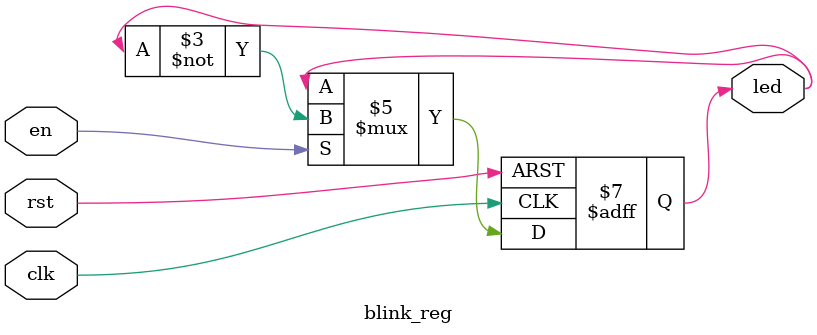
<source format=v>
module blink_reg
#(parameter DW = 1)
(
	input clk, rst, en,
	output reg [DW-1:0]led
);

always@(posedge clk, negedge rst)
	begin
		if(~rst)
			led <= 1'b1;
		else if(en)
			led <= ~led;
		else
			led <= led;
	end
endmodule
	

</source>
